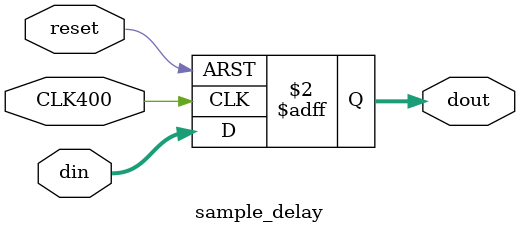
<source format=v>

`timescale 1 ns / 1 ps


module sample_delay
(
	input CLK400,
	input reset,
	
	input [7:0]din,
	output reg [7:0]dout
);

	always @(posedge CLK400 or posedge reset)
	begin
		if (reset) dout <= 0;
		else dout <= din;
	end

endmodule

</source>
